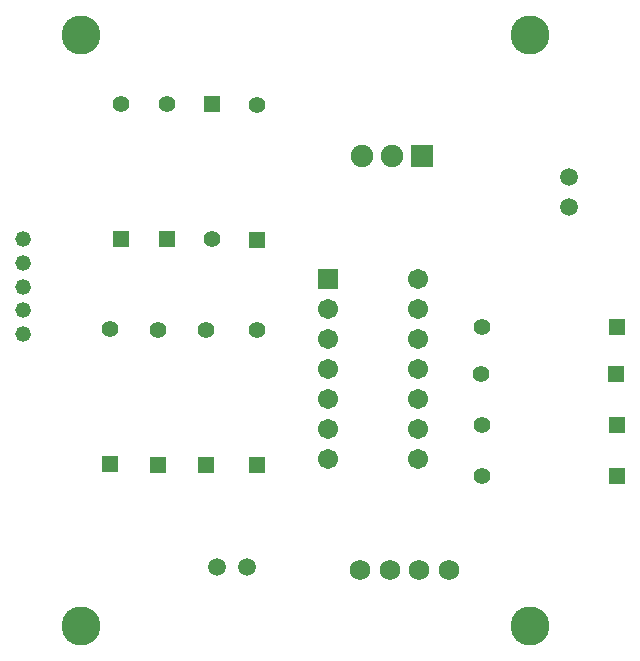
<source format=gbs>
G04*
G04 #@! TF.GenerationSoftware,Altium Limited,Altium Designer,24.1.2 (44)*
G04*
G04 Layer_Color=16711935*
%FSLAX44Y44*%
%MOMM*%
G71*
G04*
G04 #@! TF.SameCoordinates,5ACB85F1-2223-4C92-A2CF-7EEF7C6C753D*
G04*
G04*
G04 #@! TF.FilePolarity,Negative*
G04*
G01*
G75*
%ADD16C,3.3032*%
%ADD17C,1.3970*%
%ADD18R,1.3970X1.3970*%
%ADD19R,1.3970X1.3970*%
%ADD20C,1.7526*%
%ADD21C,1.4986*%
%ADD22C,1.7032*%
%ADD23R,1.7032X1.7032*%
%ADD24R,1.9032X1.9032*%
%ADD25C,1.9032*%
%ADD26C,1.3208*%
D16*
X580000Y150000D02*
D03*
X200000D02*
D03*
X580000Y650000D02*
D03*
X200000D02*
D03*
D17*
X539750Y276860D02*
D03*
Y320040D02*
D03*
Y402590D02*
D03*
X538480Y363220D02*
D03*
X349250Y590550D02*
D03*
X311150Y477520D02*
D03*
X273050Y591820D02*
D03*
X233680D02*
D03*
X349250Y400050D02*
D03*
X306070D02*
D03*
X265430D02*
D03*
X224790Y401320D02*
D03*
D18*
X654050Y276860D02*
D03*
Y320040D02*
D03*
Y402590D02*
D03*
X652780Y363220D02*
D03*
D19*
X349250Y476250D02*
D03*
X311150Y591820D02*
D03*
X273050Y477520D02*
D03*
X233680D02*
D03*
X349250Y285750D02*
D03*
X306070D02*
D03*
X265430D02*
D03*
X224790Y287020D02*
D03*
D20*
X511410Y196850D02*
D03*
X486410D02*
D03*
X461410D02*
D03*
X436410D02*
D03*
D21*
X613410Y529590D02*
D03*
Y504590D02*
D03*
X315360Y199390D02*
D03*
X340360D02*
D03*
D22*
X485140Y290830D02*
D03*
Y316230D02*
D03*
Y341630D02*
D03*
Y367030D02*
D03*
Y392430D02*
D03*
Y417830D02*
D03*
Y443230D02*
D03*
X408940Y290830D02*
D03*
Y316230D02*
D03*
Y341630D02*
D03*
Y367030D02*
D03*
Y392430D02*
D03*
Y417830D02*
D03*
D23*
Y443230D02*
D03*
D24*
X488950Y547370D02*
D03*
D25*
X463550D02*
D03*
X438150D02*
D03*
D26*
X151130Y397200D02*
D03*
Y417200D02*
D03*
Y437200D02*
D03*
Y457200D02*
D03*
Y477200D02*
D03*
M02*

</source>
